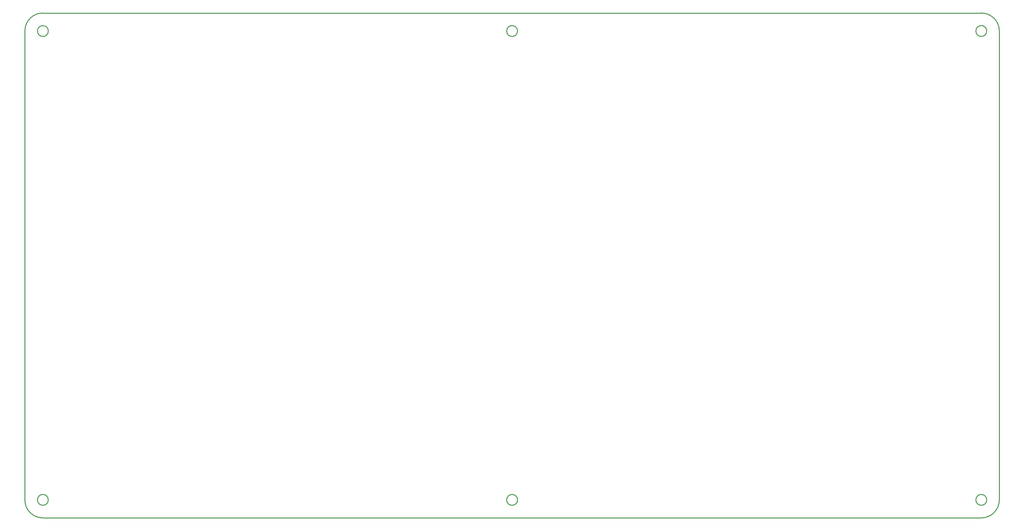
<source format=gbr>
%TF.GenerationSoftware,Altium Limited,Altium Designer,24.3.1 (35)*%
G04 Layer_Color=16711935*
%FSLAX45Y45*%
%MOMM*%
%TF.SameCoordinates,844131A9-2E1B-4A61-BE1F-69DE975881E6*%
%TF.FilePolarity,Positive*%
%TF.FileFunction,Keep-out,Top*%
%TF.Part,Single*%
G01*
G75*
%TA.AperFunction,NonConductor*%
%ADD64C,0.25400*%
D64*
X650000Y500000D02*
G03*
X650000Y500000I-150000J0D01*
G01*
X26650000D02*
G03*
X26650000Y500000I-150000J0D01*
G01*
Y13500000D02*
G03*
X26650000Y13500000I-150000J0D01*
G01*
X13650000Y500000D02*
G03*
X13650000Y500000I-150000J0D01*
G01*
Y13500000D02*
G03*
X13650000Y13500000I-150000J0D01*
G01*
X650000D02*
G03*
X650000Y13500000I-150000J0D01*
G01*
X500000Y14000000D02*
G03*
X0Y13500000I0J-500000D01*
G01*
Y500000D02*
G03*
X500000Y0I500000J0D01*
G01*
X26500000D02*
G03*
X27000000Y500000I0J500000D01*
G01*
Y13500000D02*
G03*
X26500000Y14000000I-500000J0D01*
G01*
X498830Y2D02*
X26500000Y0D01*
X27000000Y13500000D02*
X27000000Y500000D01*
X500000Y13999998D02*
X26500000Y14000000D01*
X-2Y500000D02*
X1Y13500000D01*
%TF.MD5,8715057de08b00ff7b842133b91cb78e*%
M02*

</source>
